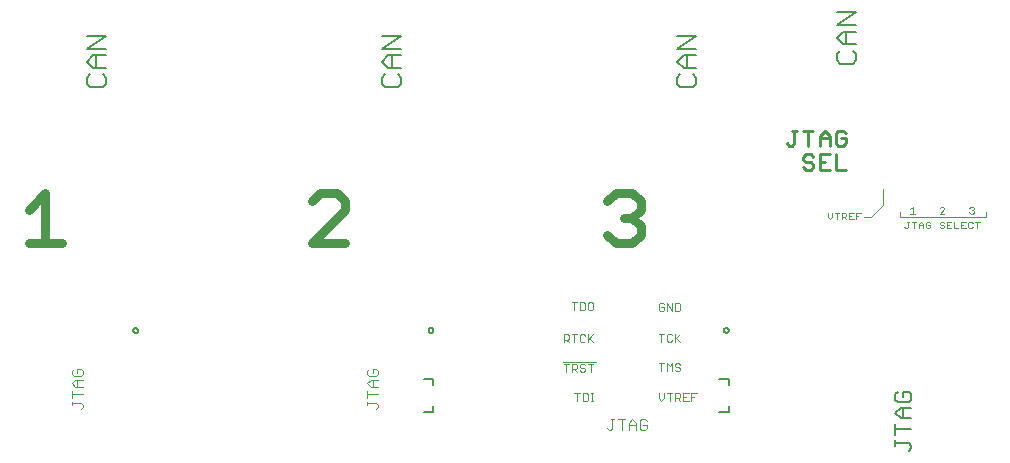
<source format=gto>
G75*
G70*
%OFA0B0*%
%FSLAX24Y24*%
%IPPOS*%
%LPD*%
%AMOC8*
5,1,8,0,0,1.08239X$1,22.5*
%
%ADD10C,0.0300*%
%ADD11C,0.0030*%
%ADD12C,0.0047*%
%ADD13C,0.0060*%
%ADD14C,0.0090*%
%ADD15C,0.0050*%
D10*
X003844Y010294D02*
X004958Y010294D01*
X004401Y010294D02*
X004401Y011964D01*
X003844Y011407D01*
X013293Y011685D02*
X013572Y011964D01*
X014128Y011964D01*
X014407Y011685D01*
X014407Y011407D01*
X013293Y010294D01*
X014407Y010294D01*
X023136Y010572D02*
X023414Y010294D01*
X023971Y010294D01*
X024249Y010572D01*
X024249Y010850D01*
X023971Y011129D01*
X023692Y011129D01*
X023971Y011129D02*
X024249Y011407D01*
X024249Y011685D01*
X023971Y011964D01*
X023414Y011964D01*
X023136Y011685D01*
D11*
X005284Y005014D02*
X005284Y004893D01*
X005284Y004954D02*
X005587Y004954D01*
X005648Y004893D01*
X005648Y004832D01*
X005587Y004772D01*
X005284Y005134D02*
X005284Y005377D01*
X005284Y005255D02*
X005648Y005255D01*
X005648Y005497D02*
X005405Y005497D01*
X005284Y005618D01*
X005405Y005739D01*
X005648Y005739D01*
X005587Y005859D02*
X005345Y005859D01*
X005284Y005920D01*
X005284Y006041D01*
X005345Y006102D01*
X005466Y006102D02*
X005466Y005980D01*
X005466Y006102D02*
X005587Y006102D01*
X005648Y006041D01*
X005648Y005920D01*
X005587Y005859D01*
X005466Y005739D02*
X005466Y005497D01*
X015127Y005377D02*
X015127Y005134D01*
X015127Y005014D02*
X015127Y004893D01*
X015127Y004954D02*
X015430Y004954D01*
X015491Y004893D01*
X015491Y004832D01*
X015430Y004772D01*
X015491Y005255D02*
X015127Y005255D01*
X015248Y005497D02*
X015127Y005618D01*
X015248Y005739D01*
X015491Y005739D01*
X015430Y005859D02*
X015491Y005920D01*
X015491Y006041D01*
X015430Y006102D01*
X015309Y006102D01*
X015309Y005980D01*
X015187Y005859D02*
X015430Y005859D01*
X015309Y005739D02*
X015309Y005497D01*
X015248Y005497D02*
X015491Y005497D01*
X015187Y005859D02*
X015127Y005920D01*
X015127Y006041D01*
X015187Y006102D01*
X021662Y006330D02*
X022750Y006330D01*
X022670Y006271D02*
X022493Y006271D01*
X022581Y006271D02*
X022581Y006005D01*
X022398Y006049D02*
X022354Y006005D01*
X022265Y006005D01*
X022221Y006049D01*
X022265Y006138D02*
X022354Y006138D01*
X022398Y006094D01*
X022398Y006049D01*
X022265Y006138D02*
X022221Y006182D01*
X022221Y006226D01*
X022265Y006271D01*
X022354Y006271D01*
X022398Y006226D01*
X022126Y006226D02*
X022126Y006138D01*
X022082Y006094D01*
X021949Y006094D01*
X022037Y006094D02*
X022126Y006005D01*
X021949Y006005D02*
X021949Y006271D01*
X022082Y006271D01*
X022126Y006226D01*
X021854Y006271D02*
X021677Y006271D01*
X021766Y006271D02*
X021766Y006005D01*
X022040Y005286D02*
X022217Y005286D01*
X022128Y005286D02*
X022128Y005021D01*
X022311Y005021D02*
X022311Y005286D01*
X022444Y005286D01*
X022488Y005242D01*
X022488Y005065D01*
X022444Y005021D01*
X022311Y005021D01*
X022583Y005021D02*
X022672Y005021D01*
X022628Y005021D02*
X022628Y005286D01*
X022672Y005286D02*
X022583Y005286D01*
X023247Y004420D02*
X023368Y004420D01*
X023308Y004420D02*
X023308Y004117D01*
X023247Y004056D01*
X023186Y004056D01*
X023126Y004117D01*
X023488Y004420D02*
X023731Y004420D01*
X023609Y004420D02*
X023609Y004056D01*
X023851Y004056D02*
X023851Y004299D01*
X023972Y004420D01*
X024093Y004299D01*
X024093Y004056D01*
X024213Y004117D02*
X024213Y004360D01*
X024274Y004420D01*
X024395Y004420D01*
X024456Y004360D01*
X024456Y004238D02*
X024334Y004238D01*
X024456Y004238D02*
X024456Y004117D01*
X024395Y004056D01*
X024274Y004056D01*
X024213Y004117D01*
X024093Y004238D02*
X023851Y004238D01*
X024851Y005129D02*
X024940Y005041D01*
X025028Y005129D01*
X025028Y005306D01*
X025123Y005306D02*
X025300Y005306D01*
X025212Y005306D02*
X025212Y005041D01*
X025395Y005041D02*
X025395Y005306D01*
X025528Y005306D01*
X025572Y005262D01*
X025572Y005173D01*
X025528Y005129D01*
X025395Y005129D01*
X025483Y005129D02*
X025572Y005041D01*
X025667Y005041D02*
X025844Y005041D01*
X025939Y005041D02*
X025939Y005306D01*
X026116Y005306D01*
X026027Y005173D02*
X025939Y005173D01*
X025844Y005306D02*
X025667Y005306D01*
X025667Y005041D01*
X025667Y005173D02*
X025755Y005173D01*
X024851Y005129D02*
X024851Y005306D01*
X024940Y006025D02*
X024940Y006290D01*
X025028Y006290D02*
X024851Y006290D01*
X025123Y006290D02*
X025123Y006025D01*
X025300Y006025D02*
X025300Y006290D01*
X025212Y006202D01*
X025123Y006290D01*
X025395Y006246D02*
X025395Y006202D01*
X025439Y006157D01*
X025528Y006157D01*
X025572Y006113D01*
X025572Y006069D01*
X025528Y006025D01*
X025439Y006025D01*
X025395Y006069D01*
X025395Y006246D02*
X025439Y006290D01*
X025528Y006290D01*
X025572Y006246D01*
X025572Y007009D02*
X025439Y007142D01*
X025395Y007097D02*
X025572Y007274D01*
X025395Y007274D02*
X025395Y007009D01*
X025300Y007053D02*
X025256Y007009D01*
X025167Y007009D01*
X025123Y007053D01*
X025123Y007230D01*
X025167Y007274D01*
X025256Y007274D01*
X025300Y007230D01*
X025028Y007274D02*
X024851Y007274D01*
X024940Y007274D02*
X024940Y007009D01*
X024984Y008033D02*
X025028Y008077D01*
X025028Y008165D01*
X024940Y008165D01*
X024851Y008254D02*
X024851Y008077D01*
X024895Y008033D01*
X024984Y008033D01*
X025123Y008033D02*
X025123Y008298D01*
X025300Y008033D01*
X025300Y008298D01*
X025395Y008298D02*
X025395Y008033D01*
X025528Y008033D01*
X025572Y008077D01*
X025572Y008254D01*
X025528Y008298D01*
X025395Y008298D01*
X025028Y008254D02*
X024984Y008298D01*
X024895Y008298D01*
X024851Y008254D01*
X022670Y008274D02*
X022670Y008097D01*
X022625Y008052D01*
X022537Y008052D01*
X022493Y008097D01*
X022493Y008274D01*
X022537Y008318D01*
X022625Y008318D01*
X022670Y008274D01*
X022398Y008274D02*
X022398Y008097D01*
X022354Y008052D01*
X022221Y008052D01*
X022221Y008318D01*
X022354Y008318D01*
X022398Y008274D01*
X022126Y008318D02*
X021949Y008318D01*
X022037Y008318D02*
X022037Y008052D01*
X022037Y007255D02*
X022037Y006989D01*
X021854Y006989D02*
X021766Y007078D01*
X021810Y007078D02*
X021677Y007078D01*
X021677Y006989D02*
X021677Y007255D01*
X021810Y007255D01*
X021854Y007211D01*
X021854Y007122D01*
X021810Y007078D01*
X021949Y007255D02*
X022126Y007255D01*
X022221Y007211D02*
X022221Y007034D01*
X022265Y006989D01*
X022354Y006989D01*
X022398Y007034D01*
X022493Y007078D02*
X022670Y007255D01*
X022493Y007255D02*
X022493Y006989D01*
X022537Y007122D02*
X022670Y006989D01*
X022398Y007211D02*
X022354Y007255D01*
X022265Y007255D01*
X022221Y007211D01*
X030484Y011159D02*
X030559Y011084D01*
X030635Y011159D01*
X030635Y011310D01*
X030720Y011310D02*
X030870Y011310D01*
X030795Y011310D02*
X030795Y011084D01*
X030955Y011084D02*
X030955Y011310D01*
X031068Y011310D01*
X031106Y011272D01*
X031106Y011197D01*
X031068Y011159D01*
X030955Y011159D01*
X031031Y011159D02*
X031106Y011084D01*
X031191Y011084D02*
X031342Y011084D01*
X031427Y011084D02*
X031427Y011310D01*
X031577Y011310D01*
X031502Y011197D02*
X031427Y011197D01*
X031342Y011310D02*
X031191Y011310D01*
X031191Y011084D01*
X031191Y011197D02*
X031266Y011197D01*
X030484Y011159D02*
X030484Y011310D01*
X033040Y010826D02*
X033078Y010789D01*
X033116Y010789D01*
X033153Y010826D01*
X033153Y011015D01*
X033116Y011015D02*
X033191Y011015D01*
X033276Y011015D02*
X033427Y011015D01*
X033351Y011015D02*
X033351Y010789D01*
X033511Y010789D02*
X033511Y010939D01*
X033587Y011015D01*
X033662Y010939D01*
X033662Y010789D01*
X033747Y010826D02*
X033785Y010789D01*
X033860Y010789D01*
X033898Y010826D01*
X033898Y010902D01*
X033822Y010902D01*
X033747Y010977D02*
X033747Y010826D01*
X033662Y010902D02*
X033511Y010902D01*
X033747Y010977D02*
X033785Y011015D01*
X033860Y011015D01*
X033898Y010977D01*
X034218Y010977D02*
X034218Y010939D01*
X034256Y010902D01*
X034331Y010902D01*
X034369Y010864D01*
X034369Y010826D01*
X034331Y010789D01*
X034256Y010789D01*
X034218Y010826D01*
X034218Y010977D02*
X034256Y011015D01*
X034331Y011015D01*
X034369Y010977D01*
X034454Y011015D02*
X034454Y010789D01*
X034605Y010789D01*
X034690Y010789D02*
X034840Y010789D01*
X034925Y010789D02*
X034925Y011015D01*
X035076Y011015D01*
X035161Y010977D02*
X035161Y010826D01*
X035199Y010789D01*
X035274Y010789D01*
X035312Y010826D01*
X035312Y010977D02*
X035274Y011015D01*
X035199Y011015D01*
X035161Y010977D01*
X035001Y010902D02*
X034925Y010902D01*
X034925Y010789D02*
X035076Y010789D01*
X034690Y010789D02*
X034690Y011015D01*
X034605Y011015D02*
X034454Y011015D01*
X034454Y010902D02*
X034529Y010902D01*
X034373Y011281D02*
X034222Y011281D01*
X034373Y011431D01*
X034373Y011469D01*
X034335Y011507D01*
X034260Y011507D01*
X034222Y011469D01*
X033388Y011281D02*
X033238Y011281D01*
X033313Y011281D02*
X033313Y011507D01*
X033238Y011431D01*
X035206Y011469D02*
X035244Y011507D01*
X035319Y011507D01*
X035357Y011469D01*
X035357Y011431D01*
X035319Y011394D01*
X035357Y011356D01*
X035357Y011318D01*
X035319Y011281D01*
X035244Y011281D01*
X035206Y011318D01*
X035281Y011394D02*
X035319Y011394D01*
X035396Y011015D02*
X035547Y011015D01*
X035472Y011015D02*
X035472Y010789D01*
D12*
X035742Y011167D02*
X035742Y011325D01*
X035742Y011167D02*
X032907Y011167D01*
X032907Y011325D01*
X032317Y011561D02*
X032317Y012112D01*
X032317Y011561D02*
X031923Y011167D01*
X031687Y011167D01*
D13*
X026105Y015595D02*
X025999Y015489D01*
X025572Y015489D01*
X025465Y015595D01*
X025465Y015809D01*
X025572Y015916D01*
X025678Y016133D02*
X025465Y016347D01*
X025678Y016560D01*
X026105Y016560D01*
X026105Y016778D02*
X025465Y016778D01*
X026105Y017205D01*
X025465Y017205D01*
X025785Y016560D02*
X025785Y016133D01*
X025678Y016133D02*
X026105Y016133D01*
X025999Y015916D02*
X026105Y015809D01*
X026105Y015595D01*
X030780Y016383D02*
X030887Y016276D01*
X031314Y016276D01*
X031420Y016383D01*
X031420Y016596D01*
X031314Y016703D01*
X031420Y016921D02*
X030993Y016921D01*
X030780Y017134D01*
X030993Y017348D01*
X031420Y017348D01*
X031420Y017565D02*
X030780Y017565D01*
X031420Y017992D01*
X030780Y017992D01*
X031100Y017348D02*
X031100Y016921D01*
X030887Y016703D02*
X030780Y016596D01*
X030780Y016383D01*
X016263Y016560D02*
X015836Y016560D01*
X015622Y016347D01*
X015836Y016133D01*
X016263Y016133D01*
X016156Y015916D02*
X016263Y015809D01*
X016263Y015595D01*
X016156Y015489D01*
X015729Y015489D01*
X015622Y015595D01*
X015622Y015809D01*
X015729Y015916D01*
X015943Y016133D02*
X015943Y016560D01*
X016263Y016778D02*
X015622Y016778D01*
X016263Y017205D01*
X015622Y017205D01*
X006420Y017205D02*
X005780Y017205D01*
X005780Y016778D02*
X006420Y017205D01*
X006420Y016778D02*
X005780Y016778D01*
X005993Y016560D02*
X006420Y016560D01*
X006100Y016560D02*
X006100Y016133D01*
X005993Y016133D02*
X005780Y016347D01*
X005993Y016560D01*
X005993Y016133D02*
X006420Y016133D01*
X006314Y015916D02*
X006420Y015809D01*
X006420Y015595D01*
X006314Y015489D01*
X005887Y015489D01*
X005780Y015595D01*
X005780Y015809D01*
X005887Y015916D01*
X017020Y005782D02*
X017340Y005782D01*
X017340Y005562D01*
X017340Y004882D02*
X017340Y004662D01*
X017020Y004662D01*
X026863Y004662D02*
X027183Y004662D01*
X027183Y004882D01*
X027183Y005562D02*
X027183Y005782D01*
X026863Y005782D01*
X032740Y005259D02*
X032740Y005082D01*
X032828Y004994D01*
X033182Y004994D01*
X033271Y005082D01*
X033271Y005259D01*
X033182Y005348D01*
X033005Y005348D01*
X033005Y005171D01*
X032828Y005348D02*
X032740Y005259D01*
X032917Y004804D02*
X033271Y004804D01*
X033005Y004804D02*
X033005Y004450D01*
X032917Y004450D02*
X033271Y004450D01*
X032917Y004450D02*
X032740Y004627D01*
X032917Y004804D01*
X032740Y004260D02*
X032740Y003906D01*
X032740Y004083D02*
X033271Y004083D01*
X033182Y003628D02*
X032740Y003628D01*
X032740Y003540D02*
X032740Y003717D01*
X033182Y003628D02*
X033271Y003540D01*
X033271Y003451D01*
X033182Y003363D01*
D14*
X031089Y012748D02*
X030755Y012748D01*
X030755Y013249D01*
X030545Y013249D02*
X030211Y013249D01*
X030211Y012748D01*
X030545Y012748D01*
X030378Y012998D02*
X030211Y012998D01*
X030001Y012915D02*
X030001Y012831D01*
X029918Y012748D01*
X029751Y012748D01*
X029667Y012831D01*
X029751Y012998D02*
X029918Y012998D01*
X030001Y012915D01*
X030001Y013165D02*
X029918Y013249D01*
X029751Y013249D01*
X029667Y013165D01*
X029667Y013082D01*
X029751Y012998D01*
X029834Y013535D02*
X029834Y014036D01*
X029667Y014036D02*
X030001Y014036D01*
X030211Y013869D02*
X030378Y014036D01*
X030545Y013869D01*
X030545Y013535D01*
X030755Y013619D02*
X030838Y013535D01*
X031005Y013535D01*
X031089Y013619D01*
X031089Y013786D01*
X030922Y013786D01*
X031089Y013953D02*
X031005Y014036D01*
X030838Y014036D01*
X030755Y013953D01*
X030755Y013619D01*
X030545Y013786D02*
X030211Y013786D01*
X030211Y013869D02*
X030211Y013535D01*
X029374Y013619D02*
X029374Y014036D01*
X029457Y014036D02*
X029290Y014036D01*
X029374Y013619D02*
X029290Y013535D01*
X029207Y013535D01*
X029123Y013619D01*
D15*
X027019Y007388D02*
X027021Y007405D01*
X027026Y007422D01*
X027036Y007437D01*
X027048Y007450D01*
X027062Y007460D01*
X027078Y007466D01*
X027096Y007469D01*
X027113Y007468D01*
X027130Y007463D01*
X027145Y007455D01*
X027159Y007444D01*
X027169Y007430D01*
X027177Y007414D01*
X027181Y007397D01*
X027181Y007379D01*
X027177Y007362D01*
X027169Y007346D01*
X027159Y007332D01*
X027145Y007321D01*
X027130Y007313D01*
X027113Y007308D01*
X027096Y007307D01*
X027078Y007310D01*
X027062Y007316D01*
X027048Y007326D01*
X027036Y007339D01*
X027026Y007354D01*
X027021Y007371D01*
X027019Y007388D01*
X017176Y007388D02*
X017178Y007405D01*
X017183Y007422D01*
X017193Y007437D01*
X017205Y007450D01*
X017219Y007460D01*
X017235Y007466D01*
X017253Y007469D01*
X017270Y007468D01*
X017287Y007463D01*
X017302Y007455D01*
X017316Y007444D01*
X017326Y007430D01*
X017334Y007414D01*
X017338Y007397D01*
X017338Y007379D01*
X017334Y007362D01*
X017326Y007346D01*
X017316Y007332D01*
X017302Y007321D01*
X017287Y007313D01*
X017270Y007308D01*
X017253Y007307D01*
X017235Y007310D01*
X017219Y007316D01*
X017205Y007326D01*
X017193Y007339D01*
X017183Y007354D01*
X017178Y007371D01*
X017176Y007388D01*
X007334Y007388D02*
X007336Y007405D01*
X007341Y007422D01*
X007351Y007437D01*
X007363Y007450D01*
X007377Y007460D01*
X007393Y007466D01*
X007411Y007469D01*
X007428Y007468D01*
X007445Y007463D01*
X007460Y007455D01*
X007474Y007444D01*
X007484Y007430D01*
X007492Y007414D01*
X007496Y007397D01*
X007496Y007379D01*
X007492Y007362D01*
X007484Y007346D01*
X007474Y007332D01*
X007460Y007321D01*
X007445Y007313D01*
X007428Y007308D01*
X007411Y007307D01*
X007393Y007310D01*
X007377Y007316D01*
X007363Y007326D01*
X007351Y007339D01*
X007341Y007354D01*
X007336Y007371D01*
X007334Y007388D01*
M02*

</source>
